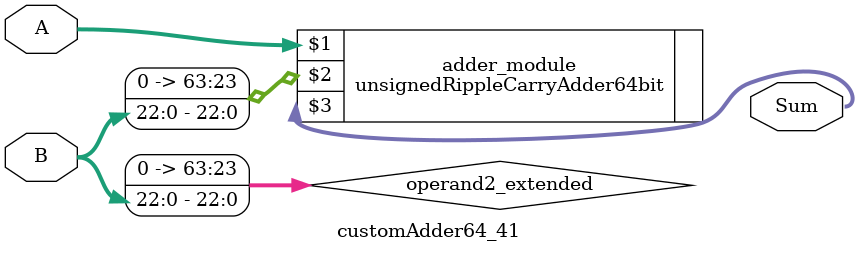
<source format=v>
module customAdder64_41(
                        input [63 : 0] A,
                        input [22 : 0] B,
                        
                        output [64 : 0] Sum
                );

        wire [63 : 0] operand2_extended;
        
        assign operand2_extended =  {41'b0, B};
        
        unsignedRippleCarryAdder64bit adder_module(
            A,
            operand2_extended,
            Sum
        );
        
        endmodule
        
</source>
